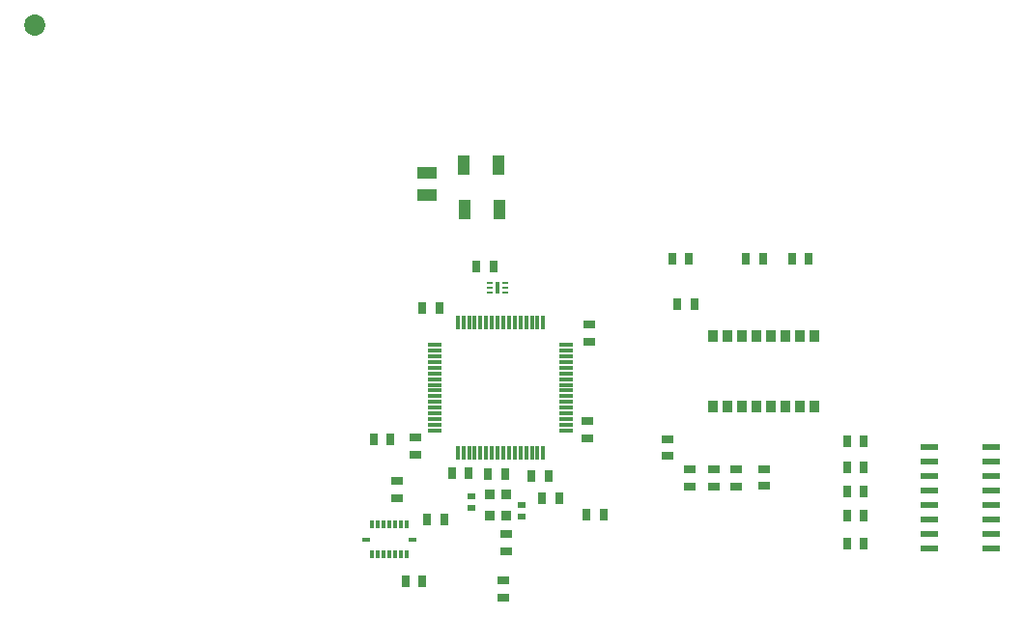
<source format=gbr>
%TF.GenerationSoftware,Altium Limited,Altium Designer,23.11.1 (41)*%
G04 Layer_Color=8421504*
%FSLAX45Y45*%
%MOMM*%
%TF.SameCoordinates,7081611A-E9FA-4801-99CF-350105B7A270*%
%TF.FilePolarity,Positive*%
%TF.FileFunction,Paste,Top*%
%TF.Part,Single*%
G01*
G75*
%TA.AperFunction,SMDPad,CuDef*%
%ADD11R,0.80000X1.00000*%
%ADD12R,0.70000X0.60000*%
%ADD13R,1.00000X0.80000*%
%ADD15R,1.70000X1.00000*%
%TA.AperFunction,TestPad*%
G04:AMPARAMS|DCode=16|XSize=0.9mm|YSize=0.8mm|CornerRadius=0.04mm|HoleSize=0mm|Usage=FLASHONLY|Rotation=90.000|XOffset=0mm|YOffset=0mm|HoleType=Round|Shape=RoundedRectangle|*
%AMROUNDEDRECTD16*
21,1,0.90000,0.72000,0,0,90.0*
21,1,0.82000,0.80000,0,0,90.0*
1,1,0.08000,0.36000,0.41000*
1,1,0.08000,0.36000,-0.41000*
1,1,0.08000,-0.36000,-0.41000*
1,1,0.08000,-0.36000,0.41000*
%
%ADD16ROUNDEDRECTD16*%
%TA.AperFunction,SMDPad,CuDef*%
%ADD17R,0.91000X1.14000*%
%ADD18R,1.00000X1.80000*%
%ADD19R,0.60000X0.20000*%
%ADD20R,0.35000X0.99000*%
%ADD21R,0.75000X0.30000*%
%ADD22R,0.30000X0.75000*%
%ADD23R,0.30000X1.20000*%
%ADD24R,1.20000X0.30000*%
%TA.AperFunction,NonConductor*%
%ADD78R,1.50000X0.55000*%
%TA.AperFunction,ComponentPad*%
%ADD79C,1.85400*%
D11*
X7187500Y6015000D02*
D03*
X7037500D02*
D03*
X7077500Y4160000D02*
D03*
X7227500D02*
D03*
X6760000Y4867500D02*
D03*
X6610000D02*
D03*
X7995000Y4545000D02*
D03*
X8145000D02*
D03*
X8087500Y4350000D02*
D03*
X8237500D02*
D03*
X6890000Y3620000D02*
D03*
X7040000D02*
D03*
X7610000Y4562500D02*
D03*
X7760000D02*
D03*
X10025000Y6450000D02*
D03*
X9875000D02*
D03*
X10425000D02*
D03*
X10275000D02*
D03*
X9375000D02*
D03*
X9225000D02*
D03*
X9425000Y6050000D02*
D03*
X9275000D02*
D03*
X10907160Y3952240D02*
D03*
X10757160D02*
D03*
X10907160Y4191000D02*
D03*
X10757160D02*
D03*
X10907160Y4404360D02*
D03*
X10757160D02*
D03*
X10907160Y4615180D02*
D03*
X10757160D02*
D03*
X10907160Y4846320D02*
D03*
X10757160D02*
D03*
X8627500Y4205000D02*
D03*
X8477500D02*
D03*
X7295000Y4565000D02*
D03*
X7445000D02*
D03*
X7509750Y6383358D02*
D03*
X7659750D02*
D03*
D12*
X7907699Y4186227D02*
D03*
Y4286227D02*
D03*
X7470000Y4265000D02*
D03*
Y4365000D02*
D03*
D13*
X6820000Y4347500D02*
D03*
Y4497500D02*
D03*
X10030000Y4455000D02*
D03*
Y4605000D02*
D03*
X9785000Y4452500D02*
D03*
Y4602500D02*
D03*
X9592500Y4447500D02*
D03*
Y4597500D02*
D03*
X9380000Y4447500D02*
D03*
Y4597500D02*
D03*
X7772500Y3880000D02*
D03*
Y4030000D02*
D03*
X7750000Y3475000D02*
D03*
Y3625000D02*
D03*
X8480000Y4872500D02*
D03*
Y5022500D02*
D03*
X9190000Y4717500D02*
D03*
Y4867500D02*
D03*
X6980000Y4730000D02*
D03*
Y4880000D02*
D03*
X8497300Y5867220D02*
D03*
Y5717220D02*
D03*
D15*
X7075000Y7010000D02*
D03*
Y7200000D02*
D03*
D16*
X7630000Y4380000D02*
D03*
Y4195000D02*
D03*
X7775000Y4380000D02*
D03*
Y4195000D02*
D03*
D17*
X9588000Y5150000D02*
D03*
X9715000D02*
D03*
X9842000D02*
D03*
X9969000D02*
D03*
X10096000D02*
D03*
X10223000D02*
D03*
X10350000D02*
D03*
X10477000D02*
D03*
X9588000Y5772000D02*
D03*
X9715000D02*
D03*
X9842000D02*
D03*
X9969000D02*
D03*
X10096000D02*
D03*
X10223000D02*
D03*
X10350000D02*
D03*
X10477000D02*
D03*
D18*
X7398960Y7269480D02*
D03*
X7406580Y6878320D02*
D03*
X7716580D02*
D03*
X7708960Y7269480D02*
D03*
D19*
X7632300Y6232220D02*
D03*
Y6152220D02*
D03*
X7762300Y6232220D02*
D03*
X7632300Y6192220D02*
D03*
X7762300Y6152220D02*
D03*
Y6192220D02*
D03*
D20*
X7697300D02*
D03*
D21*
X6952300Y3987220D02*
D03*
X6542300D02*
D03*
D22*
X6897300Y3857220D02*
D03*
X6597300Y4117220D02*
D03*
X6697300Y3857220D02*
D03*
X6797300D02*
D03*
X6897300Y4117220D02*
D03*
X6797300D02*
D03*
X6697300D02*
D03*
X6597300Y3857220D02*
D03*
X6847300D02*
D03*
X6747300D02*
D03*
X6647300D02*
D03*
X6847300Y4117220D02*
D03*
X6747300D02*
D03*
X6647300D02*
D03*
D23*
X7847299Y5892219D02*
D03*
X7897299D02*
D03*
X7997299D02*
D03*
X7697300D02*
D03*
X7597300D02*
D03*
X7347300Y4742221D02*
D03*
X7947299D02*
D03*
X7347300Y5892219D02*
D03*
X7747299D02*
D03*
X7797299D02*
D03*
X7947299D02*
D03*
X7397300Y4742221D02*
D03*
X7447300D02*
D03*
X7497300D02*
D03*
X7547300D02*
D03*
X7597300D02*
D03*
X7647300D02*
D03*
X7697300D02*
D03*
X7747299D02*
D03*
X7797299D02*
D03*
X7847299D02*
D03*
X7897299D02*
D03*
X7997299D02*
D03*
X8047299D02*
D03*
X8097299D02*
D03*
Y5892219D02*
D03*
X8047299D02*
D03*
X7647300D02*
D03*
X7547300D02*
D03*
X7497300D02*
D03*
X7447300D02*
D03*
X7397300D02*
D03*
D24*
X7147300Y4942221D02*
D03*
X8297299Y5042221D02*
D03*
Y5692219D02*
D03*
X7147300D02*
D03*
Y5642219D02*
D03*
Y5592219D02*
D03*
Y5542220D02*
D03*
Y5492220D02*
D03*
Y5442220D02*
D03*
Y5392220D02*
D03*
Y5342220D02*
D03*
Y5292220D02*
D03*
Y5242220D02*
D03*
Y5192220D02*
D03*
Y5142220D02*
D03*
Y5092220D02*
D03*
Y5042221D02*
D03*
Y4992221D02*
D03*
X8297299Y4942221D02*
D03*
Y4992221D02*
D03*
Y5092220D02*
D03*
Y5142220D02*
D03*
Y5192220D02*
D03*
Y5242220D02*
D03*
Y5292220D02*
D03*
Y5342220D02*
D03*
Y5392220D02*
D03*
Y5442220D02*
D03*
Y5492220D02*
D03*
Y5542220D02*
D03*
Y5592219D02*
D03*
Y5642219D02*
D03*
D78*
X11484360Y4798060D02*
D03*
Y4671060D02*
D03*
Y4544060D02*
D03*
Y4417060D02*
D03*
Y4290060D02*
D03*
Y4163060D02*
D03*
Y4036060D02*
D03*
Y3909060D02*
D03*
X12024360Y4798060D02*
D03*
Y4671060D02*
D03*
Y4544060D02*
D03*
Y4417060D02*
D03*
Y4290060D02*
D03*
Y4163060D02*
D03*
Y4036060D02*
D03*
Y3909060D02*
D03*
D79*
X3642500Y8500000D02*
D03*
%TF.MD5,dd7cca19cad226d576e6a41587780f3c*%
M02*

</source>
